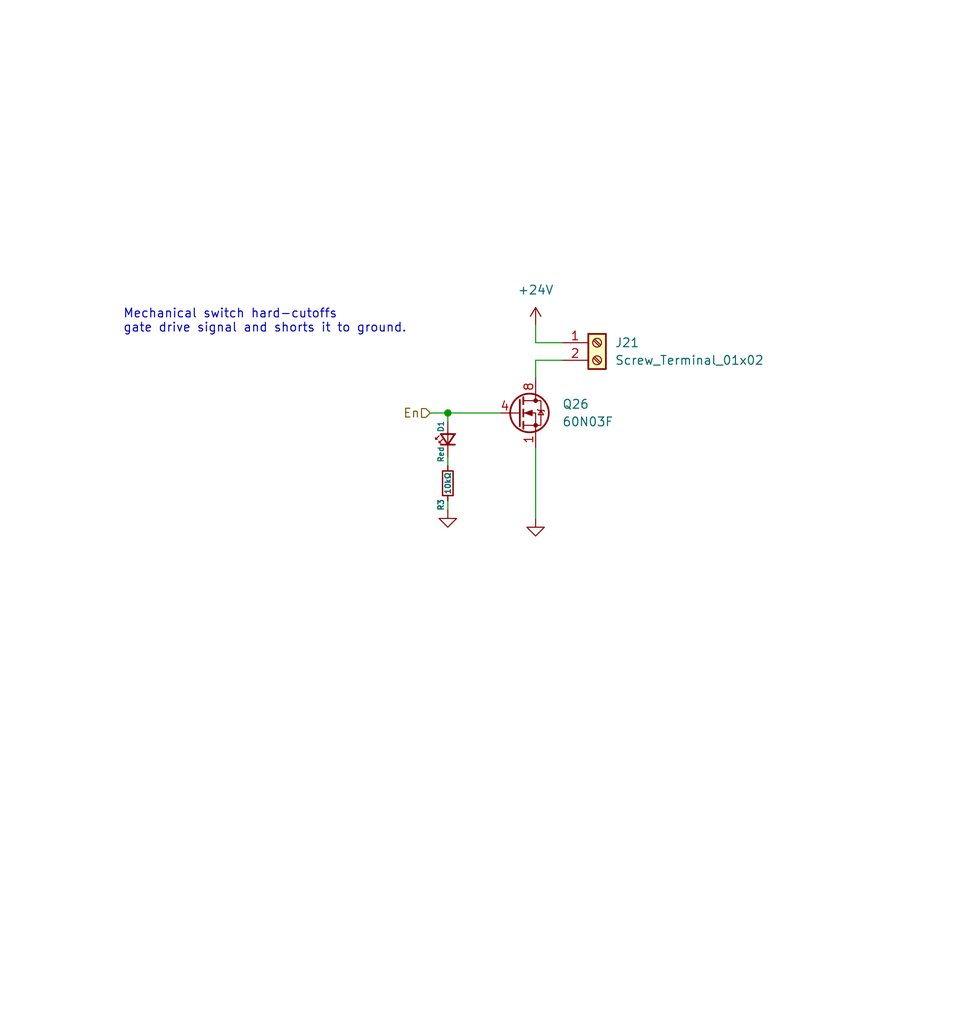
<source format=kicad_sch>
(kicad_sch (version 20230121) (generator eeschema)
  (paper "User" 140.005 148.006)
  (lib_symbols
    (symbol "Connector:Screw_Terminal_01x02" (pin_names (offset 1.016) hide)
      (property "Reference" "J" (at 0 2.54 0))
      (property "Value" "Screw_Terminal_01x02" (at 0 -5.08 0))
      (symbol "Screw_Terminal_01x02_1_1"
        (rectangle (start -1.27 1.27) (end 1.27 -3.81) (stroke (width 0.254)) (fill (type background)))
        (circle (center 0 -2.54) (radius 0.635) (stroke (width 0.1524)))
        (polyline (pts (xy -0.5334 -2.2098) (xy 0.3302 -3.048)) (stroke (width 0.1524)))
        (polyline (pts (xy -0.5334 0.3302) (xy 0.3302 -0.508)) (stroke (width 0.1524)))
        (polyline (pts (xy -0.3556 -2.032) (xy 0.508 -2.8702)) (stroke (width 0.1524)))
        (polyline (pts (xy -0.3556 0.508) (xy 0.508 -0.3302)) (stroke (width 0.1524)))
        (circle (center 0 0) (radius 0.635) (stroke (width 0.1524)))
        (pin passive line (at -5.08 0 0) (length 3.81) (name "Pin_1") (number "1"))
        (pin passive line (at -5.08 -2.54 0) (length 3.81) (name "Pin_2") (number "2"))
      )
    )
    (symbol "Device:LED_Small" (pin_numbers hide) (pin_names (offset 0.254) hide)
      (property "Reference" "D" (at -1.27 3.175 0))
      (property "Value" "LED_Small" (at -4.445 -2.54 0))
      (symbol "LED_Small_0_1"
        (polyline (pts (xy -0.762 -1.016) (xy -0.762 1.016)) (stroke (width 0.254)))
        (polyline (pts (xy 1.016 0) (xy -0.762 0)))
        (polyline (pts (xy 0.762 -1.016) (xy -0.762 0) (xy 0.762 1.016) (xy 0.762 -1.016)) (stroke (width 0.254)))
        (polyline (pts (xy 0 0.762) (xy -0.508 1.27) (xy -0.254 1.27) (xy -0.508 1.27) (xy -0.508 1.016)))
        (polyline (pts (xy 0.508 1.27) (xy 0 1.778) (xy 0.254 1.778) (xy 0 1.778) (xy 0 1.524)))
      )
      (symbol "LED_Small_1_1"
        (pin passive line (at -2.54 0 0) (length 1.778) (name "K") (number "1"))
        (pin passive line (at 2.54 0 180) (length 1.778) (name "A") (number "2"))
      )
    )
    (symbol "Device:R_Small" (pin_numbers hide) (pin_names (offset 0.254) hide)
      (property "Reference" "R" (at 0.762 0.508 0))
      (property "Value" "R_Small" (at 0.762 -1.016 0))
      (symbol "R_Small_0_1"
        (rectangle (start -0.762 1.778) (end 0.762 -1.778) (stroke (width 0.2032)))
      )
      (symbol "R_Small_1_1"
        (pin passive line (at 0 2.54 270) (length 0.762) (name "~") (number "1"))
        (pin passive line (at 0 -2.54 90) (length 0.762) (name "~") (number "2"))
      )
    )
    (symbol "corevus:NMOS_DFN8" (pin_names hide)
      (property "Reference" "Q" (at 3.81 0 0))
      (property "Value" "NMOS" (at 3.81 -1.27 0))
      (symbol "NMOS_DFN8_0_1"
        (polyline (pts (xy -1.016 0) (xy -2.54 0)))
        (polyline (pts (xy -1.016 1.905) (xy -1.016 -1.905)) (stroke (width 0.254)))
        (polyline (pts (xy -0.508 -1.27) (xy -0.508 -2.286)) (stroke (width 0.254)))
        (polyline (pts (xy -0.508 0.508) (xy -0.508 -0.508)) (stroke (width 0.254)))
        (polyline (pts (xy -0.508 2.286) (xy -0.508 1.27)) (stroke (width 0.254)))
        (polyline (pts (xy 1.27 2.54) (xy 1.27 1.778)))
        (polyline (pts (xy 1.27 -2.54) (xy 1.27 0) (xy -0.508 0)))
        (polyline (pts (xy -0.508 -1.778) (xy 2.032 -1.778) (xy 2.032 1.778) (xy -0.508 1.778)))
        (polyline (pts (xy -0.254 0) (xy 0.762 0.381) (xy 0.762 -0.381) (xy -0.254 0)) (fill (type outline)))
        (polyline (pts (xy 1.524 0.508) (xy 1.651 0.381) (xy 2.413 0.381) (xy 2.54 0.254)))
        (polyline (pts (xy 2.032 0.381) (xy 1.651 -0.254) (xy 2.413 -0.254) (xy 2.032 0.381)))
        (circle (center 0.381 0) (radius 2.794) (stroke (width 0.254)))
        (circle (center 1.27 -1.778) (radius 0.254) (fill (type outline)))
        (circle (center 1.27 1.778) (radius 0.254) (fill (type outline)))
      )
      (symbol "NMOS_DFN8_1_1"
        (pin unspecified line (at 1.27 -5.08 90) (length 2.54) (name "S") (number "1"))
        (pin unspecified line (at 1.27 -5.08 90) (length 2.54) hide (name "S") (number "2"))
        (pin unspecified line (at 1.27 -5.08 90) (length 2.54) hide (name "S") (number "3"))
        (pin unspecified line (at -3.81 0 0) (length 1.27) (name "G") (number "4"))
        (pin unspecified line (at 1.27 5.08 270) (length 2.54) hide (name "D") (number "5"))
        (pin unspecified line (at 1.27 5.08 270) (length 2.54) hide (name "D") (number "6"))
        (pin unspecified line (at 1.27 5.08 270) (length 2.54) hide (name "D") (number "7"))
        (pin unspecified line (at 1.27 5.08 270) (length 2.54) (name "D") (number "8"))
      )
    )
    (symbol "power:+24V" (power) (pin_names (offset 0))
      (property "Value" "+24V" (at 0 3.556 0))
      (symbol "+24V_0_1"
        (polyline (pts (xy -0.762 1.27) (xy 0 2.54)))
        (polyline (pts (xy 0 0) (xy 0 2.54)))
        (polyline (pts (xy 0 2.54) (xy 0.762 1.27)))
      )
      (symbol "+24V_1_1"
        (pin power_in line (at 0 0 90) (length 0) hide (name "+24V") (number "1"))
      )
    )
    (symbol "power:GND" (power) (pin_names (offset 0))
      (property "Value" "GND" (at 0 -3.81 0))
      (symbol "GND_0_1"
        (polyline (pts (xy 0 0) (xy 0 -1.27) (xy 1.27 -1.27) (xy 0 -2.54) (xy -1.27 -1.27) (xy 0 -1.27)))
      )
      (symbol "GND_1_1"
        (pin power_in line (at 0 0 270) (length 0) hide (name "GND") (number "1"))
      )
    )
  )
  (junction (at 64.77 59.69))
  (wire (pts (xy 64.77 59.69) (xy 64.77 60.96)))
  (wire (pts (xy 77.47 52.07) (xy 77.47 54.61)))
  (wire (pts (xy 81.28 52.07) (xy 77.47 52.07)))
  (wire (pts (xy 77.47 46.99) (xy 77.47 49.53)))
  (wire (pts (xy 81.28 49.53) (xy 77.47 49.53)))
  (wire (pts (xy 64.77 67.31) (xy 64.77 66.04)))
  (wire (pts (xy 62.23 59.69) (xy 64.77 59.69)))
  (wire (pts (xy 64.77 59.69) (xy 72.39 59.69)))
  (wire (pts (xy 77.47 74.93) (xy 77.47 64.77)))
  (wire (pts (xy 64.77 73.66) (xy 64.77 72.39)))
  (text "Mechanical switch hard-cutoffs \ngate drive signal and shorts it to ground." (at 17.78 48.26 0) (effects (font (size 1.27 1.27)) (justify left bottom)))
  (hierarchical_label "En" (shape input) (at 62.23 59.69 180))
  (symbol (lib_id "Connector:Screw_Terminal_01x02") (at 86.36 49.53 0) (unit 1)
    (property "Reference" "J21" (at 88.9 49.53 0) (effects (justify left)))
    (property "Value" "Screw_Terminal_01x02" (at 88.9 52.07 0) (effects (justify left)))
    (property "Footprint" "corevus:DB125-3.81-2P" (effects hide))
    (instances (project "corevus-g" (path "" (reference "J21") (unit 1)) (path "" (reference "J20") (unit 1)) (path "" (reference "J22") (unit 1)) (path "" (reference "J23") (unit 1))))
  )
  (symbol (lib_id "power:GND") (at 77.47 74.93 0) (unit 1)
    (property "Reference" "#PWR0118" (effects hide))
    (property "Value" "GND" (effects hide))
    (instances (project "corevus-g" (path "" (reference "#PWR0118") (unit 1)) (path "" (reference "#PWR0186") (unit 1)) (path "" (reference "#PWR0185") (unit 1)) (path "" (reference "#PWR0187") (unit 1)) (path "" (reference "#PWR0188") (unit 1))))
  )
  (symbol (lib_id "power:+24V") (at 77.47 46.99 0) (unit 1)
    (property "Reference" "#PWR0197" (effects hide))
    (property "Value" "+24V" (at 77.47 41.91 0))
    (instances (project "corevus-g" (path "" (reference "#PWR0197") (unit 1)) (path "" (reference "#PWR0193") (unit 1)) (path "" (reference "#PWR0201") (unit 1)) (path "" (reference "#PWR0210") (unit 1))))
  )
  (symbol (lib_id "Device:LED_Small") (at 64.77 63.5 90) (unit 1)
    (property "Reference" "D1" (at 63.77 62.5 0) (effects (font (size 0.8 0.8)) (justify left)))
    (property "Value" "Red" (at 63.77 64.5 0) (effects (font (size 0.8 0.8)) (justify right)))
    (property "Footprint" "AlphaLib:0402LED" (effects hide))
    (instances (project "driver-tmc5160" (path "" (reference "D1") (unit 1))) (project "corevus-g" (path "" (reference "D18") (unit 1)) (path "" (reference "D9") (unit 1)) (path "" (reference "D10") (unit 1)) (path "" (reference "D11") (unit 1)) (path "" (reference "D12") (unit 1))))
  )
  (symbol (lib_id "power:GND") (at 64.77 73.66 0) (unit 1)
    (property "Reference" "#PWR0161" (effects hide))
    (property "Value" "GND" (effects hide))
    (instances (project "corevus-g" (path "" (reference "#PWR0161") (unit 1)) (path "" (reference "#PWR0190") (unit 1)) (path "" (reference "#PWR0194") (unit 1)) (path "" (reference "#PWR0198") (unit 1)) (path "" (reference "#PWR0207") (unit 1))))
  )
  (symbol (lib_id "corevus:NMOS_DFN8") (at 76.2 59.69 0) (unit 1)
    (property "Reference" "Q26" (at 81.28 58.42 0) (effects (justify left)))
    (property "Value" "60N03F" (at 81.28 60.96 0) (effects (justify left)))
    (property "Footprint" "corevus:MOSFET_DFN8" (effects hide))
    (instances (project "corevus-g" (path "" (reference "Q26") (unit 1)) (path "" (reference "Q23") (unit 1)) (path "" (reference "Q24") (unit 1)) (path "" (reference "Q25") (unit 1))))
  )
  (symbol (lib_id "Device:R_Small") (at 64.77 69.85 0) (mirror y) (unit 1)
    (property "Reference" "R3" (at 63.77 72.12 90) (effects (font (size 0.8 0.8)) (justify right)))
    (property "Value" "10kΩ" (at 64.77 69.85 90) (effects (font (size 0.8 0.8))))
    (property "Footprint" "AlphaLib:0402R" (effects hide))
    (instances (project "driver-tmc5160" (path "" (reference "R3") (unit 1))) (project "corevus-g" (path "" (reference "R76") (unit 1)) (path "" (reference "R59") (unit 1)) (path "" (reference "R61") (unit 1)) (path "" (reference "R63") (unit 1)) (path "" (reference "R65") (unit 1))))
  )
)
</source>
